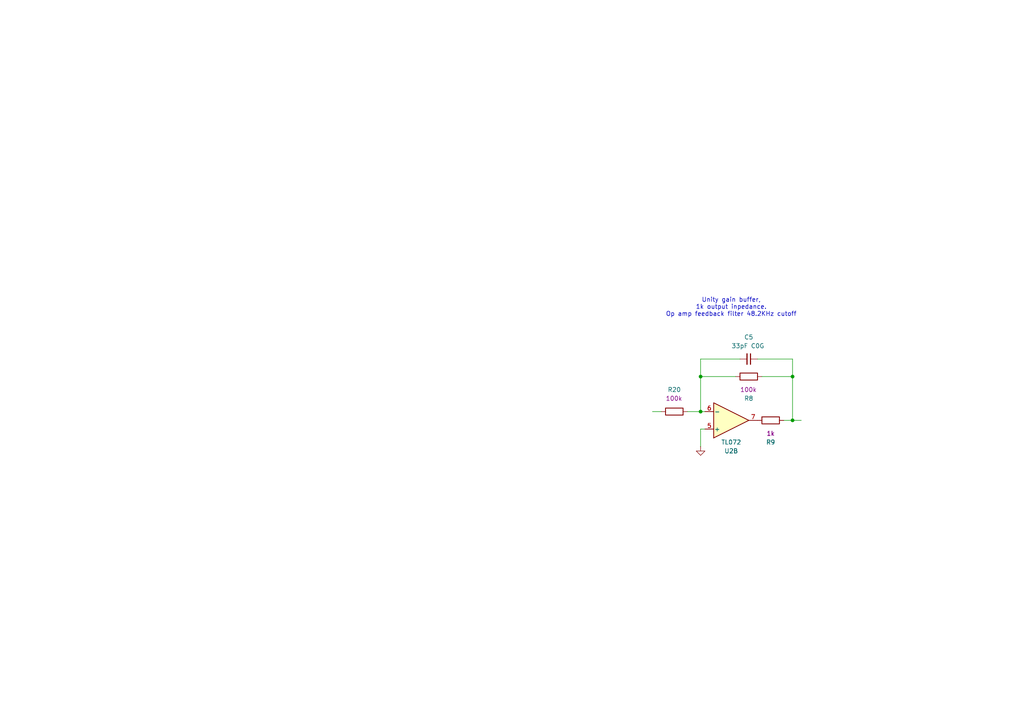
<source format=kicad_sch>
(kicad_sch (version 20250114) (generator "eeschema") (generator_version "9.0")
  (paper "A4")
  (lib_symbols
    (symbol "Lichen:100k_0603" (pin_numbers (hide yes)) (pin_names (offset 0))
      (property "Reference" "R6" (at -2.54 -1.2701 0))
      (property "Display" "100k" (at -2.54 1.2699 0))
      (symbol "100k_0603_0_1"
        (rectangle (start -1.016 -2.54) (end 1.016 2.54) (stroke (width 0.254)))
      )
      (symbol "100k_0603_1_1"
        (pin passive line (at 0 3.81 270) (length 1.27) (name "~") (number "1"))
        (pin passive line (at 0 -3.81 90) (length 1.27) (name "~") (number "2"))
      )
    )
    (symbol "Lichen:1k_0603" (pin_numbers (hide yes)) (pin_names (offset 0))
      (property "Reference" "R8" (at 6.35 0 90))
      (property "Display" "1k" (at 3.81 0 90))
      (symbol "1k_0603_0_1"
        (rectangle (start -1.016 -2.54) (end 1.016 2.54) (stroke (width 0.254)))
      )
      (symbol "1k_0603_1_1"
        (pin passive line (at 0 3.81 270) (length 1.27) (name "~") (number "1"))
        (pin passive line (at 0 -3.81 90) (length 1.27) (name "~") (number "2"))
      )
    )
    (symbol "Lichen:33pF_C0G_0603_50V" (pin_numbers (hide yes)) (pin_names (offset 0.254) (hide yes))
      (property "Reference" "C4" (at 6.35 -0.0064 90))
      (property "Value" "33pF C0G" (at 3.81 -0.254 90))
      (property "Display" "33pF C0G" (at 3.81 -0.0063 90))
      (symbol "33pF_C0G_0603_50V_0_1"
        (polyline (pts (xy -1.524 0.508) (xy 1.524 0.508)) (stroke (width 0.3048)))
        (polyline (pts (xy -1.524 -0.508) (xy 1.524 -0.508)) (stroke (width 0.3302)))
      )
      (symbol "33pF_C0G_0603_50V_1_1"
        (pin passive line (at 0 2.54 270) (length 2.032) (name "~") (number "1"))
        (pin passive line (at 0 -2.54 90) (length 2.032) (name "~") (number "2"))
      )
    )
    (symbol "Lichen:TL072" (pin_names (offset 0.127))
      (property "Reference" "OP3" (at 0 10.16 0))
      (property "Value" "TL072" (at 0 7.62 0))
      (symbol "TL072_1_1"
        (polyline (pts (xy -5.08 5.08) (xy 5.08 0) (xy -5.08 -5.08) (xy -5.08 5.08)) (stroke (width 0.254)) (fill (type background)))
        (pin input line (at -7.62 2.54 0) (length 2.54) (name "+") (number "3"))
        (pin input line (at -7.62 -2.54 0) (length 2.54) (name "-") (number "2"))
        (pin output line (at 7.62 0 180) (length 2.54) (name "~") (number "1"))
      )
      (symbol "TL072_2_1"
        (polyline (pts (xy -5.08 5.08) (xy 5.08 0) (xy -5.08 -5.08) (xy -5.08 5.08)) (stroke (width 0.254)) (fill (type background)))
        (pin input line (at -7.62 2.54 0) (length 2.54) (name "+") (number "5"))
        (pin input line (at -7.62 -2.54 0) (length 2.54) (name "-") (number "6"))
        (pin output line (at 7.62 0 180) (length 2.54) (name "~") (number "7"))
      )
      (symbol "TL072_3_1"
        (pin power_in line (at -2.54 7.62 270) (length 3.81) (name "V+") (number "8"))
        (pin power_in line (at -2.54 -7.62 90) (length 3.81) (name "V-") (number "4"))
      )
    )
    (symbol "power:GND" (power) (pin_numbers (hide yes)) (pin_names (offset 0) (hide yes))
      (property "Value" "GND" (at 0 -3.81 0))
      (symbol "GND_0_1"
        (polyline (pts (xy 0 0) (xy 0 -1.27) (xy 1.27 -1.27) (xy 0 -2.54) (xy -1.27 -1.27) (xy 0 -1.27)))
      )
      (symbol "GND_1_1"
        (pin power_in line (at 0 0 270) (length 0) (name "~") (number "1"))
      )
    )
  )
  (text "Unity gain buffer,\n1k output inpedance.\nOp amp feedback filter 48.2KHz cutoff" (at 212.09 89.154 0) (effects (font (size 1.27 1.27))))
  (junction (at 203.2 109.22))
  (junction (at 229.87 121.92))
  (junction (at 203.2 119.38))
  (junction (at 229.87 109.22))
  (wire (pts (xy 220.98 109.22) (xy 229.87 109.22)))
  (wire (pts (xy 203.2 109.22) (xy 203.2 119.38)))
  (wire (pts (xy 203.2 109.22) (xy 213.36 109.22)))
  (wire (pts (xy 203.2 129.54) (xy 203.2 124.46)))
  (wire (pts (xy 199.39 119.38) (xy 203.2 119.38)))
  (wire (pts (xy 227.33 121.92) (xy 229.87 121.92)))
  (wire (pts (xy 229.87 121.92) (xy 232.41 121.92)))
  (wire (pts (xy 203.2 119.38) (xy 204.47 119.38)))
  (wire (pts (xy 203.2 124.46) (xy 204.47 124.46)))
  (wire (pts (xy 229.87 109.22) (xy 229.87 121.92)))
  (wire (pts (xy 203.2 104.14) (xy 203.2 109.22)))
  (wire (pts (xy 229.87 104.14) (xy 229.87 109.22)))
  (wire (pts (xy 189.23 119.38) (xy 191.77 119.38)))
  (wire (pts (xy 219.71 104.14) (xy 229.87 104.14)))
  (wire (pts (xy 214.63 104.14) (xy 203.2 104.14)))
  (symbol (lib_id "Lichen:1k_0603") (at 223.52 121.92 90) (mirror x) (unit 1)
    (property "Reference" "R9" (at 223.52 128.27 90))
    (property "Value" "10k_0603" (effects (hide yes)))
    (property "Footprint" "Lichen:R_0603" (effects (hide yes)))
    (property "Datasheet" "https://www.lcsc.com/datasheet/lcsc_datasheet_2206010130_UNI-ROYAL-Uniroyal-Elec-0603WAF1001T5E_C21190.pdf" (effects (hide yes)))
    (property "Description" "1K, 1%, 1/10W, 0603" (effects (hide yes)))
    (property "Manufacturer" "UNI-ROYAL" (effects (hide yes)))
    (property "Part Number" "0603WAF1001T5E" (effects (hide yes)))
    (property "Display" "1k" (at 223.52 125.73 90))
    (property "JLCPCB ID" "C25804" (effects (hide yes)))
    (property "LCSC" "C21190" (effects (hide yes)))
    (instances (project "active-lpg-board" (path "" (reference "R9") (unit 1)) (path "" (reference "R16") (unit 1))))
  )
  (symbol (lib_id "power:GND") (at 203.2 129.54 0) (unit 1)
    (property "Reference" "#PWR023" (effects (hide yes)))
    (property "Value" "GND" (effects (hide yes)))
    (property "Description" "Power symbol creates a global label with name \"GND\" , ground" (effects (hide yes)))
    (instances (project "active-lpg-board" (path "" (reference "#PWR023") (unit 1)) (path "" (reference "#PWR019") (unit 1))))
  )
  (symbol (lib_id "Lichen:100k_0603") (at 195.58 119.38 90) (unit 1)
    (property "Reference" "R20" (at 195.58 113.03 90))
    (property "Value" "10k_0603" (effects (hide yes)))
    (property "Footprint" "Lichen:R_0603" (effects (hide yes)))
    (property "Datasheet" "https://www.lcsc.com/datasheet/lcsc_datasheet_2206010045_UNI-ROYAL-Uniroyal-Elec-0603WAF1003T5E_C25803.pdf" (effects (hide yes)))
    (property "Description" "100K, 1%, 1/10W, 0603" (effects (hide yes)))
    (property "Manufacturer" "UNI-ROYAL" (effects (hide yes)))
    (property "Part Number" "0603WAF1003T5E" (effects (hide yes)))
    (property "Display" "100k" (at 193.04 115.57 90) (effects (justify right)))
    (property "JLCPCB ID" "C25803" (effects (hide yes)))
  )
  (symbol (lib_id "Lichen:33pF_C0G_0603_50V") (at 217.17 104.14 270) (mirror x) (unit 1)
    (property "Reference" "C5" (at 217.1636 97.79 90))
    (property "Value" "33pF C0G" (at 216.916 100.33 90))
    (property "Footprint" "Lichen:C_0603" (effects (hide yes)))
    (property "Description" "33pF 50V C0G ±5% 0603 MLCC" (effects (hide yes)))
    (property "Specifications" "33pF 50V C0G ±5% 0603 MLCC" (effects (hide yes)))
    (property "Manufacturer" "Samsung Electro-Mechanics" (effects (hide yes)))
    (property "Part Number" "CL10C330JB8NNNC" (effects (hide yes)))
    (property "Display" "33pF C0G" (effects (hide yes)))
    (property "LCSC" "C1663" (effects (hide yes)))
  )
  (symbol (lib_id "Lichen:100k_0603") (at 217.17 109.22 90) (mirror x) (unit 1)
    (property "Reference" "R8" (at 217.17 115.57 90))
    (property "Value" "10k_0603" (effects (hide yes)))
    (property "Footprint" "Lichen:R_0603" (effects (hide yes)))
    (property "Datasheet" "https://www.lcsc.com/datasheet/lcsc_datasheet_2206010045_UNI-ROYAL-Uniroyal-Elec-0603WAF1003T5E_C25803.pdf" (effects (hide yes)))
    (property "Description" "100K, 1%, 1/10W, 0603" (effects (hide yes)))
    (property "Manufacturer" "UNI-ROYAL" (effects (hide yes)))
    (property "Part Number" "0603WAF1003T5E" (effects (hide yes)))
    (property "Display" "100k" (at 214.63 113.03 90) (effects (justify right)))
    (property "JLCPCB ID" "C25803" (effects (hide yes)))
    (instances (project "active-lpg-board" (path "" (reference "R8") (unit 1)) (path "" (reference "R15") (unit 1))))
  )
  (symbol (lib_id "Lichen:TL072") (at 212.09 121.92 0) (mirror x) (unit 2)
    (property "Reference" "U2" (at 212.09 130.81 0))
    (property "Value" "TL072" (at 212.09 128.27 0))
    (property "Footprint" "Package_SO:SOIC-8_3.9x4.9mm_P1.27mm" (effects (hide yes)))
    (property "Datasheet" "http://www.ti.com/lit/ds/symlink/tl071.pdf" (effects (hide yes)))
    (property "Description" "Dual Low-Noise JFET-Input Operational Amplifiers, DIP-8/SOIC-8" (effects (hide yes)))
    (property "LCSC" "C6961" (effects (hide yes)))
    (property "Manufacturer" "STMicroelectronics" (effects (hide yes)))
    (property "Part Number" "TL072CDT" (effects (hide yes)))
  )
)
</source>
